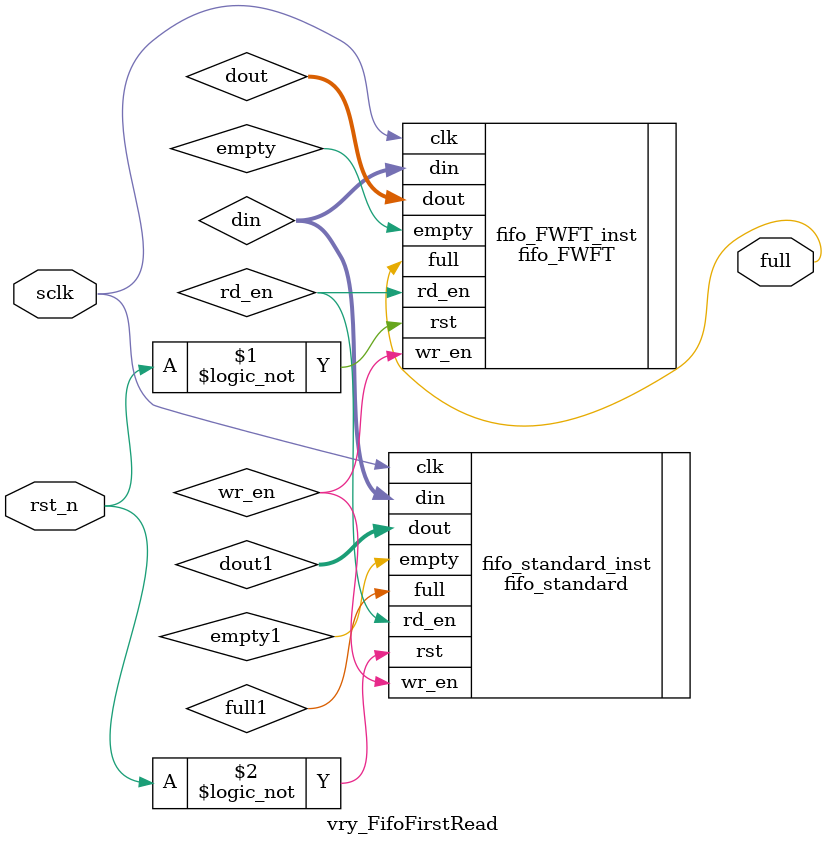
<source format=v>
`timescale 1ns / 1ps


module vry_FifoFirstRead(
	input			rst_n,
	input			sclk,
	output			full
);
    
wire [63 : 0] 		din    ;
wire 				wr_en  ;
wire				rd_en  ;
wire [63 : 0] 		dout   ;
wire 				full   ;
wire 				empty  ;

wire [63 : 0] 		dout1   ;
wire 				full1   ;
wire 				empty1  ;
   

fifo_FWFT fifo_FWFT_inst (
  .clk(sclk),      // input wire clk
  .rst(!rst_n),      // input wire rst
  .din(din),      // input wire [63 : 0] din
  .wr_en(wr_en),  // input wire wr_en
  .rd_en(rd_en),  // input wire rd_en
  .dout(dout),    // output wire [63 : 0] dout
  .full(full),    // output wire full
  .empty(empty)  // output wire empty
);
    
fifo_standard fifo_standard_inst (
  .clk(sclk),      // input wire clk
  .rst(!rst_n),      // input wire rst
  .din(din),      // input wire [63 : 0] din
  .wr_en(wr_en),  // input wire wr_en
  .rd_en(rd_en),  // input wire rd_en
  .dout(dout1),    // output wire [63 : 0] dout
  .full(full1),    // output wire full
  .empty(empty1)  // output wire empty
);    
    
    
    
    
endmodule

</source>
